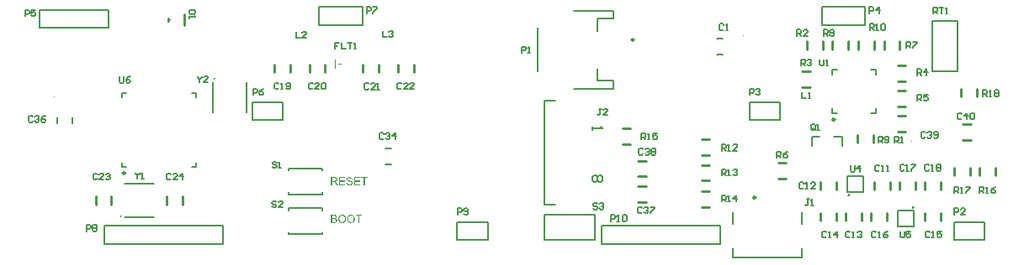
<source format=gto>
G04*
G04 #@! TF.GenerationSoftware,Altium Limited,Altium Designer,21.0.9 (235)*
G04*
G04 Layer_Color=65535*
%FSLAX44Y44*%
%MOMM*%
G71*
G04*
G04 #@! TF.SameCoordinates,35DE941F-9A8C-42F3-B98C-DFFE3D48772F*
G04*
G04*
G04 #@! TF.FilePolarity,Positive*
G04*
G01*
G75*
%ADD10C,0.1000*%
%ADD11C,0.2500*%
%ADD12C,0.2540*%
%ADD13C,0.2000*%
%ADD14C,0.1270*%
%ADD15C,0.1524*%
G36*
X845086Y535299D02*
X842410D01*
Y528141D01*
X841330D01*
Y535299D01*
X838655D01*
Y536261D01*
X845086D01*
Y535299D01*
D02*
G37*
G36*
X817274Y536250D02*
X817368D01*
X817579Y536226D01*
X817814Y536203D01*
X818060Y536156D01*
X818307Y536097D01*
X818530Y536015D01*
X818541D01*
X818553Y536003D01*
X818624Y535968D01*
X818729Y535909D01*
X818847Y535827D01*
X818987Y535722D01*
X819140Y535592D01*
X819281Y535428D01*
X819410Y535252D01*
X819421Y535229D01*
X819457Y535158D01*
X819515Y535064D01*
X819574Y534924D01*
X819633Y534759D01*
X819691Y534583D01*
X819727Y534384D01*
X819738Y534184D01*
Y534161D01*
Y534102D01*
X819727Y533997D01*
X819703Y533867D01*
X819668Y533715D01*
X819609Y533551D01*
X819539Y533386D01*
X819445Y533210D01*
X819433Y533187D01*
X819398Y533140D01*
X819328Y533046D01*
X819234Y532952D01*
X819116Y532835D01*
X818976Y532706D01*
X818800Y532588D01*
X818600Y532471D01*
X818612D01*
X818635Y532459D01*
X818670Y532448D01*
X818717Y532424D01*
X818858Y532377D01*
X819023Y532295D01*
X819199Y532189D01*
X819398Y532060D01*
X819574Y531908D01*
X819738Y531720D01*
X819750Y531697D01*
X819797Y531626D01*
X819867Y531521D01*
X819938Y531380D01*
X820008Y531192D01*
X820079Y530992D01*
X820126Y530758D01*
X820137Y530499D01*
Y530488D01*
Y530476D01*
Y530406D01*
X820126Y530288D01*
X820102Y530148D01*
X820079Y529983D01*
X820032Y529807D01*
X819973Y529619D01*
X819891Y529432D01*
X819879Y529408D01*
X819844Y529350D01*
X819797Y529267D01*
X819727Y529150D01*
X819633Y529033D01*
X819539Y528904D01*
X819421Y528774D01*
X819292Y528669D01*
X819281Y528657D01*
X819234Y528622D01*
X819152Y528575D01*
X819046Y528528D01*
X818917Y528458D01*
X818764Y528387D01*
X818600Y528329D01*
X818400Y528270D01*
X818377D01*
X818307Y528246D01*
X818189Y528235D01*
X818037Y528211D01*
X817849Y528188D01*
X817626Y528164D01*
X817380Y528153D01*
X817098Y528141D01*
X814000D01*
Y536261D01*
X817192D01*
X817274Y536250D01*
D02*
G37*
G36*
X834184Y536390D02*
X834289D01*
X834395Y536379D01*
X834536Y536355D01*
X834677Y536332D01*
X834982Y536273D01*
X835334Y536179D01*
X835674Y536038D01*
X835850Y535956D01*
X836026Y535862D01*
X836038Y535851D01*
X836061Y535839D01*
X836108Y535804D01*
X836179Y535768D01*
X836249Y535710D01*
X836343Y535639D01*
X836543Y535475D01*
X836754Y535264D01*
X836989Y535006D01*
X837211Y534701D01*
X837399Y534360D01*
Y534348D01*
X837423Y534313D01*
X837446Y534266D01*
X837470Y534196D01*
X837516Y534102D01*
X837552Y533997D01*
X837599Y533867D01*
X837646Y533727D01*
X837681Y533574D01*
X837728Y533410D01*
X837775Y533222D01*
X837810Y533034D01*
X837857Y532623D01*
X837880Y532178D01*
Y532166D01*
Y532119D01*
Y532060D01*
X837869Y531966D01*
Y531861D01*
X837857Y531732D01*
X837833Y531591D01*
X837822Y531438D01*
X837763Y531098D01*
X837669Y530723D01*
X837540Y530347D01*
X837470Y530159D01*
X837376Y529972D01*
Y529960D01*
X837352Y529925D01*
X837329Y529878D01*
X837282Y529807D01*
X837235Y529725D01*
X837176Y529643D01*
X837012Y529420D01*
X836812Y529185D01*
X836578Y528939D01*
X836296Y528704D01*
X835967Y528493D01*
X835956D01*
X835932Y528469D01*
X835874Y528446D01*
X835803Y528411D01*
X835721Y528376D01*
X835627Y528340D01*
X835510Y528293D01*
X835381Y528246D01*
X835240Y528200D01*
X835087Y528153D01*
X834747Y528082D01*
X834383Y528023D01*
X833996Y528000D01*
X833879D01*
X833808Y528012D01*
X833703D01*
X833585Y528035D01*
X833456Y528047D01*
X833304Y528070D01*
X832987Y528141D01*
X832647Y528235D01*
X832295Y528376D01*
X832119Y528458D01*
X831943Y528551D01*
X831931Y528563D01*
X831907Y528575D01*
X831860Y528610D01*
X831790Y528657D01*
X831720Y528704D01*
X831637Y528774D01*
X831438Y528951D01*
X831215Y529162D01*
X830980Y529420D01*
X830769Y529713D01*
X830570Y530054D01*
Y530065D01*
X830546Y530101D01*
X830523Y530148D01*
X830499Y530218D01*
X830464Y530312D01*
X830429Y530417D01*
X830382Y530535D01*
X830347Y530664D01*
X830300Y530816D01*
X830253Y530969D01*
X830182Y531321D01*
X830135Y531685D01*
X830112Y532084D01*
Y532095D01*
Y532107D01*
Y532178D01*
X830124Y532283D01*
Y532424D01*
X830147Y532588D01*
X830171Y532788D01*
X830206Y533011D01*
X830253Y533246D01*
X830300Y533492D01*
X830370Y533750D01*
X830464Y534008D01*
X830570Y534278D01*
X830687Y534536D01*
X830839Y534795D01*
X831004Y535029D01*
X831191Y535252D01*
X831203Y535264D01*
X831238Y535299D01*
X831309Y535358D01*
X831391Y535428D01*
X831497Y535522D01*
X831626Y535616D01*
X831778Y535722D01*
X831954Y535827D01*
X832142Y535933D01*
X832353Y536038D01*
X832588Y536132D01*
X832834Y536226D01*
X833104Y536297D01*
X833386Y536355D01*
X833679Y536390D01*
X833996Y536402D01*
X834102D01*
X834184Y536390D01*
D02*
G37*
G36*
X825359D02*
X825465D01*
X825571Y536379D01*
X825711Y536355D01*
X825852Y536332D01*
X826157Y536273D01*
X826509Y536179D01*
X826850Y536038D01*
X827026Y535956D01*
X827202Y535862D01*
X827213Y535851D01*
X827237Y535839D01*
X827284Y535804D01*
X827354Y535768D01*
X827425Y535710D01*
X827518Y535639D01*
X827718Y535475D01*
X827929Y535264D01*
X828164Y535006D01*
X828387Y534701D01*
X828575Y534360D01*
Y534348D01*
X828598Y534313D01*
X828622Y534266D01*
X828645Y534196D01*
X828692Y534102D01*
X828727Y533997D01*
X828774Y533867D01*
X828821Y533727D01*
X828856Y533574D01*
X828903Y533410D01*
X828950Y533222D01*
X828985Y533034D01*
X829032Y532623D01*
X829056Y532178D01*
Y532166D01*
Y532119D01*
Y532060D01*
X829044Y531966D01*
Y531861D01*
X829032Y531732D01*
X829009Y531591D01*
X828997Y531438D01*
X828938Y531098D01*
X828845Y530723D01*
X828715Y530347D01*
X828645Y530159D01*
X828551Y529972D01*
Y529960D01*
X828528Y529925D01*
X828504Y529878D01*
X828457Y529807D01*
X828410Y529725D01*
X828352Y529643D01*
X828187Y529420D01*
X827988Y529185D01*
X827753Y528939D01*
X827471Y528704D01*
X827143Y528493D01*
X827131D01*
X827108Y528469D01*
X827049Y528446D01*
X826979Y528411D01*
X826897Y528376D01*
X826803Y528340D01*
X826685Y528293D01*
X826556Y528246D01*
X826415Y528200D01*
X826263Y528153D01*
X825923Y528082D01*
X825559Y528023D01*
X825172Y528000D01*
X825054D01*
X824984Y528012D01*
X824878D01*
X824761Y528035D01*
X824632Y528047D01*
X824479Y528070D01*
X824162Y528141D01*
X823822Y528235D01*
X823470Y528376D01*
X823294Y528458D01*
X823118Y528551D01*
X823106Y528563D01*
X823083Y528575D01*
X823036Y528610D01*
X822965Y528657D01*
X822895Y528704D01*
X822813Y528774D01*
X822613Y528951D01*
X822390Y529162D01*
X822156Y529420D01*
X821945Y529713D01*
X821745Y530054D01*
Y530065D01*
X821721Y530101D01*
X821698Y530148D01*
X821675Y530218D01*
X821639Y530312D01*
X821604Y530417D01*
X821557Y530535D01*
X821522Y530664D01*
X821475Y530816D01*
X821428Y530969D01*
X821358Y531321D01*
X821311Y531685D01*
X821287Y532084D01*
Y532095D01*
Y532107D01*
Y532178D01*
X821299Y532283D01*
Y532424D01*
X821322Y532588D01*
X821346Y532788D01*
X821381Y533011D01*
X821428Y533246D01*
X821475Y533492D01*
X821545Y533750D01*
X821639Y534008D01*
X821745Y534278D01*
X821862Y534536D01*
X822015Y534795D01*
X822179Y535029D01*
X822367Y535252D01*
X822379Y535264D01*
X822414Y535299D01*
X822484Y535358D01*
X822566Y535428D01*
X822672Y535522D01*
X822801Y535616D01*
X822954Y535722D01*
X823130Y535827D01*
X823317Y535933D01*
X823529Y536038D01*
X823763Y536132D01*
X824010Y536226D01*
X824280Y536297D01*
X824561Y536355D01*
X824855Y536390D01*
X825172Y536402D01*
X825277D01*
X825359Y536390D01*
D02*
G37*
G36*
X832776Y574390D02*
X832858D01*
X833081Y574367D01*
X833327Y574332D01*
X833585Y574273D01*
X833867Y574203D01*
X834125Y574109D01*
X834137D01*
X834160Y574097D01*
X834196Y574074D01*
X834242Y574050D01*
X834360Y573991D01*
X834512Y573886D01*
X834688Y573768D01*
X834865Y573616D01*
X835029Y573440D01*
X835181Y573240D01*
Y573229D01*
X835193Y573217D01*
X835217Y573182D01*
X835240Y573147D01*
X835299Y573029D01*
X835369Y572877D01*
X835451Y572689D01*
X835510Y572466D01*
X835569Y572231D01*
X835592Y571973D01*
X834559Y571891D01*
Y571903D01*
Y571926D01*
X834548Y571961D01*
X834536Y572020D01*
X834501Y572149D01*
X834454Y572325D01*
X834383Y572513D01*
X834278Y572701D01*
X834149Y572877D01*
X833984Y573041D01*
X833961Y573053D01*
X833902Y573100D01*
X833785Y573170D01*
X833632Y573240D01*
X833433Y573311D01*
X833198Y573381D01*
X832905Y573428D01*
X832576Y573440D01*
X832412D01*
X832342Y573428D01*
X832248Y573416D01*
X832036Y573393D01*
X831802Y573346D01*
X831567Y573287D01*
X831344Y573193D01*
X831250Y573135D01*
X831156Y573076D01*
X831133Y573064D01*
X831086Y573017D01*
X831015Y572935D01*
X830945Y572841D01*
X830863Y572712D01*
X830792Y572571D01*
X830746Y572407D01*
X830722Y572220D01*
Y572196D01*
Y572149D01*
X830734Y572067D01*
X830757Y571973D01*
X830792Y571856D01*
X830851Y571738D01*
X830922Y571621D01*
X831027Y571504D01*
X831039Y571492D01*
X831098Y571457D01*
X831144Y571422D01*
X831191Y571398D01*
X831262Y571363D01*
X831344Y571316D01*
X831450Y571281D01*
X831567Y571234D01*
X831696Y571187D01*
X831849Y571128D01*
X832013Y571081D01*
X832201Y571022D01*
X832412Y570976D01*
X832647Y570917D01*
X832658D01*
X832705Y570905D01*
X832776Y570893D01*
X832858Y570870D01*
X832963Y570846D01*
X833092Y570811D01*
X833222Y570776D01*
X833362Y570741D01*
X833668Y570659D01*
X833961Y570577D01*
X834102Y570530D01*
X834231Y570483D01*
X834348Y570448D01*
X834442Y570401D01*
X834454D01*
X834477Y570389D01*
X834512Y570365D01*
X834559Y570342D01*
X834688Y570271D01*
X834841Y570178D01*
X835017Y570048D01*
X835193Y569908D01*
X835357Y569743D01*
X835498Y569567D01*
X835510Y569544D01*
X835557Y569485D01*
X835604Y569380D01*
X835674Y569239D01*
X835733Y569075D01*
X835791Y568875D01*
X835827Y568652D01*
X835838Y568417D01*
Y568406D01*
Y568394D01*
Y568359D01*
Y568312D01*
X835815Y568183D01*
X835791Y568018D01*
X835745Y567831D01*
X835686Y567631D01*
X835592Y567420D01*
X835463Y567197D01*
Y567185D01*
X835451Y567174D01*
X835393Y567103D01*
X835310Y566997D01*
X835193Y566880D01*
X835041Y566739D01*
X834853Y566587D01*
X834641Y566446D01*
X834395Y566317D01*
X834383D01*
X834360Y566305D01*
X834325Y566293D01*
X834278Y566270D01*
X834207Y566246D01*
X834125Y566211D01*
X833937Y566164D01*
X833715Y566106D01*
X833445Y566047D01*
X833151Y566012D01*
X832834Y566000D01*
X832647D01*
X832553Y566012D01*
X832447D01*
X832330Y566023D01*
X832189Y566035D01*
X831896Y566082D01*
X831590Y566129D01*
X831285Y566211D01*
X830992Y566317D01*
X830980D01*
X830957Y566329D01*
X830922Y566352D01*
X830875Y566376D01*
X830734Y566446D01*
X830570Y566552D01*
X830382Y566692D01*
X830182Y566857D01*
X829995Y567056D01*
X829818Y567279D01*
Y567291D01*
X829795Y567314D01*
X829783Y567350D01*
X829748Y567397D01*
X829725Y567455D01*
X829689Y567525D01*
X829607Y567702D01*
X829525Y567924D01*
X829455Y568171D01*
X829408Y568453D01*
X829384Y568746D01*
X830394Y568840D01*
Y568828D01*
Y568816D01*
X830405Y568781D01*
Y568734D01*
X830429Y568629D01*
X830464Y568476D01*
X830511Y568324D01*
X830558Y568148D01*
X830640Y567983D01*
X830722Y567831D01*
X830734Y567819D01*
X830769Y567772D01*
X830828Y567690D01*
X830922Y567608D01*
X831039Y567502D01*
X831168Y567397D01*
X831344Y567291D01*
X831532Y567197D01*
X831544D01*
X831555Y567185D01*
X831590Y567174D01*
X831626Y567162D01*
X831743Y567127D01*
X831896Y567080D01*
X832083Y567033D01*
X832295Y566997D01*
X832529Y566974D01*
X832787Y566962D01*
X832893D01*
X833010Y566974D01*
X833151Y566986D01*
X833316Y567009D01*
X833503Y567033D01*
X833691Y567080D01*
X833867Y567138D01*
X833891Y567150D01*
X833949Y567174D01*
X834031Y567220D01*
X834137Y567267D01*
X834242Y567350D01*
X834360Y567432D01*
X834477Y567525D01*
X834571Y567643D01*
X834583Y567655D01*
X834606Y567702D01*
X834641Y567760D01*
X834688Y567854D01*
X834735Y567948D01*
X834771Y568065D01*
X834794Y568194D01*
X834806Y568335D01*
Y568347D01*
Y568406D01*
X834794Y568476D01*
X834782Y568570D01*
X834747Y568664D01*
X834712Y568781D01*
X834653Y568899D01*
X834571Y569004D01*
X834559Y569016D01*
X834524Y569051D01*
X834477Y569098D01*
X834395Y569168D01*
X834301Y569239D01*
X834172Y569321D01*
X834020Y569403D01*
X833844Y569473D01*
X833832Y569485D01*
X833773Y569497D01*
X833679Y569532D01*
X833621Y569544D01*
X833538Y569567D01*
X833456Y569603D01*
X833351Y569626D01*
X833233Y569661D01*
X833092Y569697D01*
X832952Y569732D01*
X832787Y569779D01*
X832600Y569826D01*
X832400Y569873D01*
X832388D01*
X832353Y569884D01*
X832295Y569896D01*
X832224Y569919D01*
X832130Y569943D01*
X832025Y569966D01*
X831790Y570037D01*
X831532Y570119D01*
X831262Y570201D01*
X831027Y570283D01*
X830922Y570330D01*
X830828Y570377D01*
X830816D01*
X830804Y570389D01*
X830734Y570436D01*
X830628Y570494D01*
X830511Y570588D01*
X830370Y570694D01*
X830229Y570823D01*
X830088Y570976D01*
X829971Y571140D01*
X829959Y571163D01*
X829924Y571222D01*
X829877Y571316D01*
X829830Y571433D01*
X829783Y571586D01*
X829736Y571762D01*
X829701Y571950D01*
X829689Y572149D01*
Y572161D01*
Y572173D01*
Y572208D01*
Y572255D01*
X829713Y572372D01*
X829736Y572525D01*
X829772Y572701D01*
X829830Y572900D01*
X829912Y573100D01*
X830030Y573299D01*
Y573311D01*
X830042Y573322D01*
X830100Y573393D01*
X830182Y573487D01*
X830288Y573604D01*
X830429Y573733D01*
X830605Y573874D01*
X830816Y574003D01*
X831051Y574120D01*
X831062D01*
X831086Y574132D01*
X831121Y574144D01*
X831168Y574167D01*
X831227Y574191D01*
X831309Y574214D01*
X831485Y574261D01*
X831708Y574308D01*
X831966Y574355D01*
X832236Y574390D01*
X832541Y574402D01*
X832693D01*
X832776Y574390D01*
D02*
G37*
G36*
X850706Y573299D02*
X848031D01*
Y566141D01*
X846951D01*
Y573299D01*
X844276D01*
Y574261D01*
X850706D01*
Y573299D01*
D02*
G37*
G36*
X843208D02*
X838408D01*
Y570823D01*
X842903D01*
Y569861D01*
X838408D01*
Y567103D01*
X843396D01*
Y566141D01*
X837329D01*
Y574261D01*
X843208D01*
Y573299D01*
D02*
G37*
G36*
X828070D02*
X823270D01*
Y570823D01*
X827765D01*
Y569861D01*
X823270D01*
Y567103D01*
X828258D01*
Y566141D01*
X822191D01*
Y574261D01*
X828070D01*
Y573299D01*
D02*
G37*
G36*
X817861Y574250D02*
X817966D01*
X818213Y574238D01*
X818471Y574203D01*
X818753Y574167D01*
X819011Y574109D01*
X819140Y574074D01*
X819246Y574038D01*
X819257D01*
X819269Y574027D01*
X819339Y573991D01*
X819445Y573945D01*
X819574Y573862D01*
X819715Y573757D01*
X819867Y573616D01*
X820008Y573452D01*
X820149Y573264D01*
Y573252D01*
X820161Y573240D01*
X820208Y573170D01*
X820255Y573053D01*
X820325Y572900D01*
X820384Y572724D01*
X820442Y572513D01*
X820478Y572290D01*
X820489Y572043D01*
Y572032D01*
Y572008D01*
Y571961D01*
X820478Y571903D01*
Y571820D01*
X820466Y571738D01*
X820419Y571539D01*
X820349Y571304D01*
X820255Y571058D01*
X820114Y570811D01*
X820020Y570694D01*
X819926Y570577D01*
X819914Y570565D01*
X819903Y570553D01*
X819867Y570518D01*
X819820Y570483D01*
X819762Y570436D01*
X819691Y570389D01*
X819597Y570330D01*
X819504Y570260D01*
X819386Y570201D01*
X819257Y570142D01*
X819116Y570072D01*
X818964Y570013D01*
X818788Y569966D01*
X818612Y569908D01*
X818412Y569873D01*
X818201Y569837D01*
X818224Y569826D01*
X818271Y569802D01*
X818342Y569755D01*
X818436Y569708D01*
X818647Y569579D01*
X818753Y569497D01*
X818847Y569427D01*
X818870Y569403D01*
X818929Y569344D01*
X819023Y569251D01*
X819140Y569133D01*
X819269Y568969D01*
X819421Y568793D01*
X819574Y568582D01*
X819738Y568347D01*
X821135Y566141D01*
X819797D01*
X818729Y567831D01*
Y567842D01*
X818706Y567866D01*
X818682Y567901D01*
X818647Y567948D01*
X818565Y568077D01*
X818459Y568241D01*
X818330Y568417D01*
X818201Y568605D01*
X818072Y568781D01*
X817955Y568945D01*
X817943Y568957D01*
X817908Y569004D01*
X817849Y569075D01*
X817767Y569157D01*
X817591Y569333D01*
X817497Y569415D01*
X817403Y569485D01*
X817391Y569497D01*
X817368Y569509D01*
X817321Y569532D01*
X817251Y569567D01*
X817180Y569603D01*
X817098Y569638D01*
X816910Y569697D01*
X816898D01*
X816875Y569708D01*
X816828D01*
X816769Y569720D01*
X816687Y569732D01*
X816593D01*
X816464Y569743D01*
X815080D01*
Y566141D01*
X814000D01*
Y574261D01*
X817767D01*
X817861Y574250D01*
D02*
G37*
%LPC*%
G36*
X817004Y535299D02*
X815080D01*
Y532858D01*
X817075D01*
X817227Y532870D01*
X817391Y532882D01*
X817556Y532893D01*
X817720Y532917D01*
X817849Y532940D01*
X817872Y532952D01*
X817919Y532964D01*
X817990Y532999D01*
X818084Y533046D01*
X818178Y533093D01*
X818283Y533163D01*
X818389Y533257D01*
X818471Y533351D01*
X818483Y533363D01*
X818506Y533398D01*
X818541Y533468D01*
X818577Y533551D01*
X818612Y533644D01*
X818647Y533762D01*
X818670Y533903D01*
X818682Y534055D01*
Y534079D01*
Y534126D01*
X818670Y534196D01*
X818659Y534290D01*
X818635Y534407D01*
X818600Y534525D01*
X818553Y534642D01*
X818483Y534759D01*
X818471Y534771D01*
X818447Y534806D01*
X818400Y534865D01*
X818342Y534924D01*
X818260Y534994D01*
X818166Y535064D01*
X818048Y535135D01*
X817919Y535182D01*
X817908D01*
X817849Y535205D01*
X817767Y535217D01*
X817638Y535240D01*
X817462Y535264D01*
X817262Y535276D01*
X817004Y535299D01*
D02*
G37*
G36*
X817215Y531896D02*
X815080D01*
Y529103D01*
X817391D01*
X817638Y529115D01*
X817743Y529127D01*
X817837Y529138D01*
X817849D01*
X817896Y529150D01*
X817966Y529162D01*
X818048Y529185D01*
X818248Y529256D01*
X818447Y529350D01*
X818459Y529361D01*
X818494Y529385D01*
X818541Y529420D01*
X818600Y529467D01*
X818659Y529537D01*
X818741Y529608D01*
X818800Y529702D01*
X818870Y529807D01*
X818882Y529819D01*
X818893Y529854D01*
X818917Y529925D01*
X818952Y530007D01*
X818987Y530101D01*
X819011Y530218D01*
X819023Y530359D01*
X819034Y530499D01*
Y530523D01*
Y530570D01*
X819023Y530664D01*
X818999Y530769D01*
X818976Y530887D01*
X818929Y531016D01*
X818870Y531145D01*
X818788Y531274D01*
X818776Y531286D01*
X818741Y531333D01*
X818694Y531391D01*
X818624Y531462D01*
X818530Y531544D01*
X818412Y531626D01*
X818283Y531697D01*
X818131Y531755D01*
X818107Y531767D01*
X818060Y531779D01*
X817955Y531802D01*
X817825Y531826D01*
X817661Y531849D01*
X817462Y531872D01*
X817215Y531896D01*
D02*
G37*
G36*
X833996Y535475D02*
X833891D01*
X833808Y535463D01*
X833703Y535452D01*
X833597Y535428D01*
X833468Y535405D01*
X833327Y535381D01*
X833022Y535287D01*
X832858Y535217D01*
X832693Y535146D01*
X832517Y535053D01*
X832353Y534947D01*
X832189Y534830D01*
X832036Y534689D01*
X832025Y534677D01*
X832001Y534654D01*
X831966Y534607D01*
X831907Y534536D01*
X831849Y534454D01*
X831778Y534348D01*
X831708Y534220D01*
X831626Y534067D01*
X831555Y533903D01*
X831473Y533703D01*
X831403Y533492D01*
X831344Y533257D01*
X831285Y532999D01*
X831250Y532706D01*
X831227Y532401D01*
X831215Y532072D01*
Y532060D01*
Y532013D01*
Y531931D01*
X831227Y531826D01*
X831238Y531708D01*
X831262Y531567D01*
X831285Y531403D01*
X831309Y531239D01*
X831403Y530863D01*
X831473Y530676D01*
X831544Y530476D01*
X831637Y530288D01*
X831743Y530101D01*
X831860Y529925D01*
X832001Y529760D01*
X832013Y529748D01*
X832036Y529725D01*
X832083Y529678D01*
X832142Y529631D01*
X832224Y529561D01*
X832318Y529490D01*
X832424Y529420D01*
X832541Y529338D01*
X832682Y529256D01*
X832834Y529185D01*
X832999Y529115D01*
X833175Y529044D01*
X833362Y528997D01*
X833550Y528951D01*
X833761Y528927D01*
X833984Y528915D01*
X834043D01*
X834102Y528927D01*
X834184D01*
X834289Y528939D01*
X834407Y528962D01*
X834548Y528986D01*
X834688Y529021D01*
X834853Y529068D01*
X835005Y529127D01*
X835181Y529185D01*
X835346Y529267D01*
X835510Y529373D01*
X835674Y529479D01*
X835838Y529608D01*
X835991Y529760D01*
X836003Y529772D01*
X836026Y529795D01*
X836061Y529854D01*
X836120Y529925D01*
X836179Y530007D01*
X836237Y530112D01*
X836308Y530241D01*
X836390Y530382D01*
X836460Y530546D01*
X836531Y530734D01*
X836590Y530934D01*
X836660Y531145D01*
X836707Y531380D01*
X836742Y531638D01*
X836766Y531908D01*
X836777Y532189D01*
Y532201D01*
Y532236D01*
Y532283D01*
Y532354D01*
X836766Y532436D01*
Y532541D01*
X836754Y532647D01*
X836730Y532776D01*
X836695Y533046D01*
X836636Y533328D01*
X836554Y533633D01*
X836437Y533914D01*
Y533926D01*
X836425Y533950D01*
X836402Y533985D01*
X836378Y534032D01*
X836296Y534173D01*
X836190Y534337D01*
X836050Y534525D01*
X835874Y534712D01*
X835674Y534900D01*
X835451Y535064D01*
X835440D01*
X835428Y535088D01*
X835393Y535100D01*
X835334Y535135D01*
X835275Y535158D01*
X835205Y535193D01*
X835029Y535276D01*
X834818Y535346D01*
X834571Y535416D01*
X834289Y535463D01*
X833996Y535475D01*
D02*
G37*
G36*
X825172D02*
X825066D01*
X824984Y535463D01*
X824878Y535452D01*
X824772Y535428D01*
X824643Y535405D01*
X824503Y535381D01*
X824197Y535287D01*
X824033Y535217D01*
X823869Y535146D01*
X823693Y535053D01*
X823529Y534947D01*
X823364Y534830D01*
X823212Y534689D01*
X823200Y534677D01*
X823177Y534654D01*
X823141Y534607D01*
X823083Y534536D01*
X823024Y534454D01*
X822954Y534348D01*
X822883Y534220D01*
X822801Y534067D01*
X822731Y533903D01*
X822648Y533703D01*
X822578Y533492D01*
X822520Y533257D01*
X822461Y532999D01*
X822426Y532706D01*
X822402Y532401D01*
X822390Y532072D01*
Y532060D01*
Y532013D01*
Y531931D01*
X822402Y531826D01*
X822414Y531708D01*
X822437Y531567D01*
X822461Y531403D01*
X822484Y531239D01*
X822578Y530863D01*
X822648Y530676D01*
X822719Y530476D01*
X822813Y530288D01*
X822918Y530101D01*
X823036Y529925D01*
X823177Y529760D01*
X823188Y529748D01*
X823212Y529725D01*
X823259Y529678D01*
X823317Y529631D01*
X823400Y529561D01*
X823493Y529490D01*
X823599Y529420D01*
X823716Y529338D01*
X823857Y529256D01*
X824010Y529185D01*
X824174Y529115D01*
X824350Y529044D01*
X824538Y528997D01*
X824726Y528951D01*
X824937Y528927D01*
X825160Y528915D01*
X825219D01*
X825277Y528927D01*
X825359D01*
X825465Y528939D01*
X825582Y528962D01*
X825723Y528986D01*
X825864Y529021D01*
X826028Y529068D01*
X826181Y529127D01*
X826357Y529185D01*
X826521Y529267D01*
X826685Y529373D01*
X826850Y529479D01*
X827014Y529608D01*
X827166Y529760D01*
X827178Y529772D01*
X827202Y529795D01*
X827237Y529854D01*
X827296Y529925D01*
X827354Y530007D01*
X827413Y530112D01*
X827483Y530241D01*
X827565Y530382D01*
X827636Y530546D01*
X827706Y530734D01*
X827765Y530934D01*
X827835Y531145D01*
X827882Y531380D01*
X827917Y531638D01*
X827941Y531908D01*
X827953Y532189D01*
Y532201D01*
Y532236D01*
Y532283D01*
Y532354D01*
X827941Y532436D01*
Y532541D01*
X827929Y532647D01*
X827906Y532776D01*
X827870Y533046D01*
X827812Y533328D01*
X827730Y533633D01*
X827612Y533914D01*
Y533926D01*
X827601Y533950D01*
X827577Y533985D01*
X827554Y534032D01*
X827471Y534173D01*
X827366Y534337D01*
X827225Y534525D01*
X827049Y534712D01*
X826850Y534900D01*
X826627Y535064D01*
X826615D01*
X826603Y535088D01*
X826568Y535100D01*
X826509Y535135D01*
X826451Y535158D01*
X826380Y535193D01*
X826204Y535276D01*
X825993Y535346D01*
X825747Y535416D01*
X825465Y535463D01*
X825172Y535475D01*
D02*
G37*
G36*
X817638Y573358D02*
X815080D01*
Y570671D01*
X817497D01*
X817638Y570682D01*
X817802Y570694D01*
X817990Y570706D01*
X818178Y570729D01*
X818365Y570764D01*
X818530Y570811D01*
X818553Y570823D01*
X818600Y570846D01*
X818670Y570882D01*
X818764Y570929D01*
X818870Y570999D01*
X818976Y571081D01*
X819081Y571187D01*
X819163Y571304D01*
X819175Y571316D01*
X819199Y571363D01*
X819234Y571433D01*
X819281Y571527D01*
X819316Y571633D01*
X819351Y571750D01*
X819374Y571891D01*
X819386Y572032D01*
Y572043D01*
Y572055D01*
X819374Y572126D01*
X819363Y572231D01*
X819339Y572372D01*
X819281Y572513D01*
X819210Y572677D01*
X819105Y572830D01*
X818964Y572982D01*
X818940Y572994D01*
X818882Y573041D01*
X818788Y573100D01*
X818635Y573170D01*
X818459Y573240D01*
X818224Y573299D01*
X817955Y573346D01*
X817638Y573358D01*
D02*
G37*
%LPD*%
D10*
X1398379Y610621D02*
G03*
X1398379Y610621I-500J0D01*
G01*
X849173Y584086D02*
G03*
X849173Y584086I-500J0D01*
G01*
X535379Y655120D02*
G03*
X535379Y655120I-500J0D01*
G01*
X1228620Y717121D02*
G03*
X1228620Y717121I-500J0D01*
G01*
X818000Y685000D02*
Y693000D01*
X821000Y689000D02*
X824000D01*
D11*
X606750Y578500D02*
G03*
X606750Y578500I-1250J0D01*
G01*
X1320750Y632500D02*
G03*
X1320750Y632500I-1250J0D01*
G01*
X1241250Y553750D02*
G03*
X1241250Y553750I-1250J0D01*
G01*
X1118750Y713000D02*
G03*
X1118750Y713000I-1250J0D01*
G01*
D12*
X1399840Y543797D02*
G03*
X1399840Y543797I-500J0D01*
G01*
X1335202Y556076D02*
G03*
X1335202Y556076I-500J0D01*
G01*
X1344000Y609000D02*
Y617000D01*
X1360000Y609000D02*
Y617000D01*
X1386300Y711500D02*
X1386300Y703500D01*
X1370300Y711500D02*
X1370300Y703500D01*
X1464000Y655543D02*
Y663542D01*
X1448000Y655543D02*
Y663542D01*
X1264000Y573000D02*
X1272000D01*
X1264000Y589000D02*
X1272000D01*
X1360617Y703500D02*
Y711500D01*
X1344617D02*
X1344617Y703500D01*
X1318333D02*
Y711500D01*
X1334332Y703500D02*
Y711500D01*
X1427628Y538415D02*
X1427628Y530415D01*
X1411628D02*
Y538415D01*
X1427585Y561457D02*
Y569458D01*
X1411585Y561457D02*
Y569458D01*
X1402043Y561457D02*
X1402043Y569457D01*
X1386042D02*
X1386042Y561457D01*
X1373542Y538415D02*
X1373543Y530415D01*
X1357543D02*
Y538415D01*
X1306458Y530415D02*
Y538415D01*
X1322458Y530415D02*
Y538415D01*
X1332000Y530415D02*
Y538415D01*
X1348000Y530415D02*
Y538415D01*
X1360500Y561457D02*
Y569458D01*
X1376500Y561457D02*
Y569458D01*
X1449543Y612000D02*
X1457543D01*
X1449543Y628000D02*
X1457543D01*
X1288000Y665000D02*
X1296000D01*
X1288000Y681000D02*
X1296000D01*
X1308457Y703500D02*
Y711500D01*
X1292457Y703500D02*
Y711500D01*
X1383999Y687189D02*
X1391999D01*
X1383999Y671189D02*
X1391999D01*
X1384000Y661543D02*
X1392000D01*
X1384000Y645543D02*
X1392000D01*
X1384000Y620000D02*
X1392000D01*
X1384000Y636000D02*
X1392000D01*
X808000Y680208D02*
Y688207D01*
X792000Y680208D02*
Y688207D01*
X773000Y680208D02*
Y688207D01*
X757000Y680208D02*
Y688207D01*
X862000Y680208D02*
X862000Y688207D01*
X846000D02*
X846000Y680208D01*
X897000D02*
Y688207D01*
X881000Y680208D02*
Y688207D01*
X1107000Y623543D02*
X1115000D01*
X1107000Y607542D02*
X1115000D01*
X1306415Y561457D02*
Y569458D01*
X1322415Y561457D02*
Y569458D01*
X1187000Y560293D02*
X1195000Y560293D01*
X1187000Y544293D02*
X1195000Y544293D01*
X1187000Y586750D02*
X1195000Y586750D01*
X1187000Y570750D02*
X1195000D01*
X1187000Y612293D02*
X1195000Y612293D01*
X1187000Y596292D02*
X1195000Y596293D01*
X666250Y727600D02*
Y738400D01*
X1457000Y576000D02*
Y584000D01*
X1441000Y576000D02*
Y584000D01*
X1482543Y576000D02*
Y584000D01*
X1466543Y576000D02*
Y584000D01*
X1123000Y575000D02*
X1131000D01*
X1123000Y591000D02*
X1131000D01*
X1123000Y565457D02*
X1131000D01*
X1123000Y549458D02*
X1131000D01*
X593000Y547000D02*
Y555000D01*
X577000Y547000D02*
Y555000D01*
X648793Y547000D02*
Y555000D01*
X664793Y547000D02*
Y555000D01*
D13*
X602500Y535000D02*
G03*
X602500Y535000I-500J0D01*
G01*
X696500Y674000D02*
G03*
X696500Y674000I-500J0D01*
G01*
X805000Y517000D02*
Y519000D01*
X771000Y517000D02*
X805000D01*
X771000D02*
Y519000D01*
Y541000D02*
Y543000D01*
X805000D01*
Y541000D02*
Y543000D01*
Y581000D02*
Y583000D01*
X771000D02*
X805000D01*
X771000Y581000D02*
Y583000D01*
Y557000D02*
Y559000D01*
Y557000D02*
X805000D01*
Y559000D01*
X868792Y603208D02*
X874792D01*
X868792Y587207D02*
X874792D01*
X554000Y629000D02*
Y635000D01*
X538000Y629000D02*
Y635000D01*
X1202000Y698000D02*
X1208000Y698000D01*
X1202000Y714000D02*
X1208000D01*
X1079100Y511300D02*
Y536700D01*
X1028300Y511300D02*
X1079100D01*
X1028300D02*
Y536700D01*
X1079100D01*
X678000Y585000D02*
Y589250D01*
X673750Y585000D02*
X678000D01*
Y654750D02*
Y659000D01*
X673750D02*
X678000D01*
X604000D02*
X608250D01*
X604000Y654750D02*
Y659000D01*
Y585000D02*
Y589250D01*
Y585000D02*
X608250D01*
X941000Y511000D02*
X971700D01*
X941000D02*
Y529000D01*
X971700D01*
Y511000D02*
Y529000D01*
X845400Y728000D02*
Y746000D01*
X802000D02*
X845400D01*
X802000Y728000D02*
Y746000D01*
Y728000D02*
X845400D01*
X735000Y632000D02*
X765700D01*
X735000D02*
Y650000D01*
X765700D01*
Y632000D02*
Y650000D01*
X586000Y507000D02*
Y525000D01*
X705600D01*
Y507000D02*
Y525000D01*
X586000Y507000D02*
X705600D01*
X1298000Y605457D02*
Y615457D01*
X1305750D01*
X1328000Y605457D02*
Y615457D01*
X1320250D02*
X1328000D01*
X1086000Y507000D02*
Y525000D01*
X1205600D01*
Y507000D02*
Y525000D01*
X1086000Y507000D02*
X1205600D01*
X1318000Y639000D02*
X1323000D01*
X1318000D02*
Y644000D01*
Y678000D02*
Y683000D01*
X1323000D01*
X1357000D02*
X1362000D01*
Y678000D02*
Y683000D01*
X1357000Y639000D02*
X1362000D01*
Y644000D01*
X1351400Y728000D02*
Y746000D01*
X1308000D02*
X1351400D01*
X1308000Y728000D02*
Y746000D01*
Y728000D02*
X1351400D01*
X1441000Y511000D02*
X1471700D01*
X1441000D02*
Y529000D01*
X1471700D01*
Y511000D02*
Y529000D01*
X1235000Y632000D02*
X1265700D01*
X1235000D02*
Y650000D01*
X1265700D01*
Y632000D02*
Y650000D01*
X1419300Y681300D02*
X1444700D01*
X1419300D02*
Y732100D01*
X1444700D01*
Y681300D02*
Y732100D01*
X1400585Y528915D02*
Y540415D01*
X1400585Y524415D02*
X1400585Y528915D01*
X1384585Y524415D02*
X1400585D01*
X1384585D02*
Y540415D01*
X1400585Y540415D01*
X1333457Y559458D02*
Y570957D01*
Y575457D01*
X1349458D01*
Y559458D02*
Y575457D01*
X1333457Y559458D02*
X1349458D01*
X1218000Y502250D02*
X1218000Y493000D01*
Y526750D02*
Y539300D01*
Y493000D02*
X1288000D01*
Y502250D01*
Y526750D02*
Y539300D01*
X650500Y732379D02*
Y734500D01*
Y731500D02*
Y733621D01*
Y731500D02*
X652000Y733000D01*
X650500Y734500D02*
X652000Y733000D01*
X1028750Y546250D02*
Y651750D01*
X1039750D01*
X1028750Y546250D02*
X1039750D01*
X1022000Y681000D02*
Y725000D01*
X1058000Y663500D02*
X1098000D01*
Y671500D01*
X1082000D02*
X1098000D01*
X1082000D02*
X1082000Y684000D01*
X1082000Y734500D02*
X1082000Y722000D01*
X1082000Y734500D02*
X1098000D01*
Y742500D01*
X1058000D02*
X1098000D01*
X520900Y743000D02*
X589700D01*
Y725000D02*
Y743000D01*
X520900Y725000D02*
X589700D01*
X520900D02*
Y743000D01*
X606000Y534000D02*
X636000D01*
X606000Y568000D02*
X636000D01*
X695000Y640000D02*
Y670000D01*
X729000Y640000D02*
Y670000D01*
D14*
X758942Y549116D02*
X757884Y550174D01*
X755768D01*
X754710Y549116D01*
Y548058D01*
X755768Y547000D01*
X757884D01*
X758942Y545942D01*
Y544884D01*
X757884Y543826D01*
X755768D01*
X754710Y544884D01*
X765290Y543826D02*
X761058D01*
X765290Y548058D01*
Y549116D01*
X764232Y550174D01*
X762116D01*
X761058Y549116D01*
X759000Y589116D02*
X757942Y590174D01*
X755826D01*
X754768Y589116D01*
Y588058D01*
X755826Y587000D01*
X757942D01*
X759000Y585942D01*
Y584884D01*
X757942Y583826D01*
X755826D01*
X754768Y584884D01*
X761116Y583826D02*
X763232D01*
X762174D01*
Y590174D01*
X761116Y589116D01*
X866768Y618116D02*
X865710Y619174D01*
X863594D01*
X862536Y618116D01*
Y613884D01*
X863594Y612826D01*
X865710D01*
X866768Y613884D01*
X868884Y618116D02*
X869942Y619174D01*
X872058D01*
X873116Y618116D01*
Y617058D01*
X872058Y616000D01*
X871000D01*
X872058D01*
X873116Y614942D01*
Y613884D01*
X872058Y612826D01*
X869942D01*
X868884Y613884D01*
X878406Y612826D02*
Y619174D01*
X875232Y616000D01*
X879464D01*
X822112Y710182D02*
X817880D01*
Y707008D01*
X819996D01*
X817880D01*
Y703834D01*
X824228Y710182D02*
Y703834D01*
X828460D01*
X830576Y710182D02*
X834808D01*
X832692D01*
Y703834D01*
X836924D02*
X839040D01*
X837982D01*
Y710182D01*
X836924Y709124D01*
X601132Y676052D02*
Y670762D01*
X602190Y669704D01*
X604306D01*
X605364Y670762D01*
Y676052D01*
X611712D02*
X609596Y674994D01*
X607480Y672878D01*
Y670762D01*
X608538Y669704D01*
X610654D01*
X611712Y670762D01*
Y671820D01*
X610654Y672878D01*
X607480D01*
X941324Y536448D02*
Y542796D01*
X944498D01*
X945556Y541738D01*
Y539622D01*
X944498Y538564D01*
X941324D01*
X947672Y537506D02*
X948730Y536448D01*
X950846D01*
X951904Y537506D01*
Y541738D01*
X950846Y542796D01*
X948730D01*
X947672Y541738D01*
Y540680D01*
X948730Y539622D01*
X951904D01*
X849710Y739826D02*
Y746174D01*
X852884D01*
X853942Y745116D01*
Y743000D01*
X852884Y741942D01*
X849710D01*
X856058Y746174D02*
X860290D01*
Y745116D01*
X856058Y740884D01*
Y739826D01*
X735330Y657352D02*
Y663700D01*
X738504D01*
X739562Y662642D01*
Y660526D01*
X738504Y659468D01*
X735330D01*
X745910Y663700D02*
X743794Y662642D01*
X741678Y660526D01*
Y658410D01*
X742736Y657352D01*
X744852D01*
X745910Y658410D01*
Y659468D01*
X744852Y660526D01*
X741678D01*
X567710Y519826D02*
Y526174D01*
X570884D01*
X571942Y525116D01*
Y523000D01*
X570884Y521942D01*
X567710D01*
X574058Y525116D02*
X575116Y526174D01*
X577232D01*
X578290Y525116D01*
Y524058D01*
X577232Y523000D01*
X578290Y521942D01*
Y520884D01*
X577232Y519826D01*
X575116D01*
X574058Y520884D01*
Y521942D01*
X575116Y523000D01*
X574058Y524058D01*
Y525116D01*
X575116Y523000D02*
X577232D01*
X1355710Y739826D02*
Y746174D01*
X1358884D01*
X1359942Y745116D01*
Y743000D01*
X1358884Y741942D01*
X1355710D01*
X1365232Y739826D02*
Y746174D01*
X1362058Y743000D01*
X1366290D01*
X1441196Y536448D02*
Y542796D01*
X1444370D01*
X1445428Y541738D01*
Y539622D01*
X1444370Y538564D01*
X1441196D01*
X1451776Y536448D02*
X1447544D01*
X1451776Y540680D01*
Y541738D01*
X1450718Y542796D01*
X1448602D01*
X1447544Y541738D01*
X1235202Y657352D02*
Y663700D01*
X1238376D01*
X1239434Y662642D01*
Y660526D01*
X1238376Y659468D01*
X1235202D01*
X1241550Y662642D02*
X1242608Y663700D01*
X1244724D01*
X1245782Y662642D01*
Y661584D01*
X1244724Y660526D01*
X1243666D01*
X1244724D01*
X1245782Y659468D01*
Y658410D01*
X1244724Y657352D01*
X1242608D01*
X1241550Y658410D01*
X1095465Y529826D02*
Y536174D01*
X1098639D01*
X1099697Y535116D01*
Y533000D01*
X1098639Y531942D01*
X1095465D01*
X1101813Y529826D02*
X1103929D01*
X1102871D01*
Y536174D01*
X1101813Y535116D01*
X1107103D02*
X1108161Y536174D01*
X1110277D01*
X1111335Y535116D01*
Y530884D01*
X1110277Y529826D01*
X1108161D01*
X1107103Y530884D01*
Y535116D01*
X1419606Y739394D02*
Y745742D01*
X1422780D01*
X1423838Y744684D01*
Y742568D01*
X1422780Y741510D01*
X1419606D01*
X1421722D02*
X1423838Y739394D01*
X1425954Y745742D02*
X1430186D01*
X1428070D01*
Y739394D01*
X1432302D02*
X1434418D01*
X1433360D01*
Y745742D01*
X1432302Y744684D01*
X1207065Y549661D02*
Y556009D01*
X1210239D01*
X1211297Y554951D01*
Y552835D01*
X1210239Y551777D01*
X1207065D01*
X1209181D02*
X1211297Y549661D01*
X1213413D02*
X1215529D01*
X1214471D01*
Y556009D01*
X1213413Y554951D01*
X1221877Y549661D02*
Y556009D01*
X1218703Y552835D01*
X1222935D01*
X1207065Y576034D02*
Y582382D01*
X1210239D01*
X1211297Y581324D01*
Y579207D01*
X1210239Y578149D01*
X1207065D01*
X1209181D02*
X1211297Y576034D01*
X1213413D02*
X1215529D01*
X1214471D01*
Y582382D01*
X1213413Y581324D01*
X1218703D02*
X1219761Y582382D01*
X1221877D01*
X1222935Y581324D01*
Y580266D01*
X1221877Y579207D01*
X1220819D01*
X1221877D01*
X1222935Y578149D01*
Y577091D01*
X1221877Y576034D01*
X1219761D01*
X1218703Y577091D01*
X1207065Y601119D02*
Y607467D01*
X1210239D01*
X1211297Y606409D01*
Y604293D01*
X1210239Y603235D01*
X1207065D01*
X1209181D02*
X1211297Y601119D01*
X1213413D02*
X1215529D01*
X1214471D01*
Y607467D01*
X1213413Y606409D01*
X1222935Y601119D02*
X1218703D01*
X1222935Y605351D01*
Y606409D01*
X1221877Y607467D01*
X1219761D01*
X1218703Y606409D01*
X679710Y676174D02*
Y675116D01*
X681826Y673000D01*
X683942Y675116D01*
Y676174D01*
X681826Y673000D02*
Y669826D01*
X690290D02*
X686058D01*
X690290Y674058D01*
Y675116D01*
X689232Y676174D01*
X687116D01*
X686058Y675116D01*
X616768Y579174D02*
Y578116D01*
X618884Y576000D01*
X621000Y578116D01*
Y579174D01*
X618884Y576000D02*
Y572826D01*
X623116D02*
X625232D01*
X624174D01*
Y579174D01*
X623116Y578116D01*
X1386710Y519631D02*
Y514342D01*
X1387768Y513284D01*
X1389884D01*
X1390942Y514342D01*
Y519631D01*
X1397290D02*
X1393058D01*
Y516457D01*
X1395174Y517515D01*
X1396232D01*
X1397290Y516457D01*
Y514342D01*
X1396232Y513284D01*
X1394116D01*
X1393058Y514342D01*
X1336710Y586174D02*
Y580884D01*
X1337768Y579826D01*
X1339884D01*
X1340942Y580884D01*
Y586174D01*
X1346232Y579826D02*
Y586174D01*
X1343058Y583000D01*
X1347290D01*
X1305768Y693174D02*
Y687884D01*
X1306826Y686826D01*
X1308942D01*
X1310000Y687884D01*
Y693174D01*
X1312116Y686826D02*
X1314232D01*
X1313174D01*
Y693174D01*
X1312116Y692116D01*
X1081942Y547116D02*
X1080884Y548174D01*
X1078768D01*
X1077710Y547116D01*
Y546058D01*
X1078768Y545000D01*
X1080884D01*
X1081942Y543942D01*
Y542884D01*
X1080884Y541826D01*
X1078768D01*
X1077710Y542884D01*
X1084058Y547116D02*
X1085116Y548174D01*
X1087232D01*
X1088290Y547116D01*
Y546058D01*
X1087232Y545000D01*
X1086174D01*
X1087232D01*
X1088290Y543942D01*
Y542884D01*
X1087232Y541826D01*
X1085116D01*
X1084058Y542884D01*
X1470065Y655826D02*
Y662174D01*
X1473239D01*
X1474297Y661116D01*
Y659000D01*
X1473239Y657942D01*
X1470065D01*
X1472181D02*
X1474297Y655826D01*
X1476413D02*
X1478529D01*
X1477471D01*
Y662174D01*
X1476413Y661116D01*
X1481703D02*
X1482761Y662174D01*
X1484877D01*
X1485935Y661116D01*
Y660058D01*
X1484877Y659000D01*
X1485935Y657942D01*
Y656884D01*
X1484877Y655826D01*
X1482761D01*
X1481703Y656884D01*
Y657942D01*
X1482761Y659000D01*
X1481703Y660058D01*
Y661116D01*
X1482761Y659000D02*
X1484877D01*
X1441065Y558369D02*
Y564716D01*
X1444239D01*
X1445297Y563658D01*
Y561543D01*
X1444239Y560485D01*
X1441065D01*
X1443181D02*
X1445297Y558369D01*
X1447413D02*
X1449529D01*
X1448471D01*
Y564716D01*
X1447413Y563658D01*
X1452703Y564716D02*
X1456935D01*
Y563658D01*
X1452703Y559426D01*
Y558369D01*
X1466608Y558369D02*
Y564716D01*
X1469781D01*
X1470840Y563658D01*
Y561543D01*
X1469781Y560485D01*
X1466608D01*
X1468723D02*
X1470840Y558369D01*
X1472955D02*
X1475072D01*
X1474014D01*
Y564716D01*
X1472955Y563658D01*
X1482477Y564716D02*
X1480361Y563658D01*
X1478246Y561543D01*
Y559427D01*
X1479303Y558369D01*
X1481419D01*
X1482477Y559427D01*
Y560485D01*
X1481419Y561543D01*
X1478246D01*
X1126065Y612369D02*
Y618717D01*
X1129239D01*
X1130297Y617659D01*
Y615542D01*
X1129239Y614484D01*
X1126065D01*
X1128181D02*
X1130297Y612369D01*
X1132413D02*
X1134529D01*
X1133471D01*
Y618717D01*
X1132413Y617659D01*
X1141935Y618717D02*
X1137703D01*
Y615542D01*
X1139819Y616600D01*
X1140877D01*
X1141935Y615542D01*
Y613427D01*
X1140877Y612369D01*
X1138761D01*
X1137703Y613427D01*
X1356065Y722826D02*
Y729174D01*
X1359239D01*
X1360297Y728116D01*
Y726000D01*
X1359239Y724942D01*
X1356065D01*
X1358181D02*
X1360297Y722826D01*
X1362413D02*
X1364529D01*
X1363471D01*
Y729174D01*
X1362413Y728116D01*
X1367703D02*
X1368761Y729174D01*
X1370877D01*
X1371935Y728116D01*
Y723884D01*
X1370877Y722826D01*
X1368761D01*
X1367703Y723884D01*
Y728116D01*
X1364710Y608826D02*
Y615174D01*
X1367884D01*
X1368942Y614116D01*
Y612000D01*
X1367884Y610942D01*
X1364710D01*
X1366826D02*
X1368942Y608826D01*
X1371058Y609884D02*
X1372116Y608826D01*
X1374232D01*
X1375290Y609884D01*
Y614116D01*
X1374232Y615174D01*
X1372116D01*
X1371058Y614116D01*
Y613058D01*
X1372116Y612000D01*
X1375290D01*
X1309710Y716826D02*
Y723174D01*
X1312884D01*
X1313942Y722116D01*
Y720000D01*
X1312884Y718942D01*
X1309710D01*
X1311826D02*
X1313942Y716826D01*
X1316058Y722116D02*
X1317116Y723174D01*
X1319232D01*
X1320290Y722116D01*
Y721058D01*
X1319232Y720000D01*
X1320290Y718942D01*
Y717884D01*
X1319232Y716826D01*
X1317116D01*
X1316058Y717884D01*
Y718942D01*
X1317116Y720000D01*
X1316058Y721058D01*
Y722116D01*
X1317116Y720000D02*
X1319232D01*
X1392710Y704826D02*
Y711174D01*
X1395884D01*
X1396942Y710116D01*
Y708000D01*
X1395884Y706942D01*
X1392710D01*
X1394826D02*
X1396942Y704826D01*
X1399058Y711174D02*
X1403290D01*
Y710116D01*
X1399058Y705884D01*
Y704826D01*
X1262710Y593826D02*
Y600174D01*
X1265884D01*
X1266942Y599116D01*
Y597000D01*
X1265884Y595942D01*
X1262710D01*
X1264826D02*
X1266942Y593826D01*
X1273290Y600174D02*
X1271174Y599116D01*
X1269058Y597000D01*
Y594884D01*
X1270116Y593826D01*
X1272232D01*
X1273290Y594884D01*
Y595942D01*
X1272232Y597000D01*
X1269058D01*
X1403710Y651369D02*
Y657717D01*
X1406884D01*
X1407942Y656658D01*
Y654543D01*
X1406884Y653484D01*
X1403710D01*
X1405826D02*
X1407942Y651369D01*
X1414290Y657717D02*
X1410058D01*
Y654543D01*
X1412174Y655601D01*
X1413232D01*
X1414290Y654543D01*
Y652427D01*
X1413232Y651369D01*
X1411116D01*
X1410058Y652427D01*
X1403709Y677015D02*
Y683363D01*
X1406883D01*
X1407941Y682305D01*
Y680189D01*
X1406883Y679131D01*
X1403709D01*
X1405825D02*
X1407941Y677015D01*
X1413231D02*
Y683363D01*
X1410057Y680189D01*
X1414289D01*
X1286710Y686826D02*
Y693174D01*
X1289884D01*
X1290942Y692116D01*
Y690000D01*
X1289884Y688942D01*
X1286710D01*
X1288826D02*
X1290942Y686826D01*
X1293058Y692116D02*
X1294116Y693174D01*
X1296232D01*
X1297290Y692116D01*
Y691058D01*
X1296232Y690000D01*
X1295174D01*
X1296232D01*
X1297290Y688942D01*
Y687884D01*
X1296232Y686826D01*
X1294116D01*
X1293058Y687884D01*
X1282710Y716826D02*
Y723174D01*
X1285884D01*
X1286942Y722116D01*
Y720000D01*
X1285884Y718942D01*
X1282710D01*
X1284826D02*
X1286942Y716826D01*
X1293290D02*
X1289058D01*
X1293290Y721058D01*
Y722116D01*
X1292232Y723174D01*
X1290116D01*
X1289058Y722116D01*
X1380768Y608826D02*
Y615174D01*
X1383942D01*
X1385000Y614116D01*
Y612000D01*
X1383942Y610942D01*
X1380768D01*
X1382884D02*
X1385000Y608826D01*
X1387116D02*
X1389232D01*
X1388174D01*
Y615174D01*
X1387116Y614116D01*
X1301000Y622884D02*
Y627116D01*
X1299942Y628174D01*
X1297826D01*
X1296768Y627116D01*
Y622884D01*
X1297826Y621826D01*
X1299942D01*
X1298884Y623942D02*
X1301000Y621826D01*
X1299942D02*
X1301000Y622884D01*
X1303116Y621826D02*
X1305232D01*
X1304174D01*
Y628174D01*
X1303116Y627116D01*
X506010Y736826D02*
Y743174D01*
X509184D01*
X510242Y742116D01*
Y740000D01*
X509184Y738942D01*
X506010D01*
X516590Y743174D02*
X512358D01*
Y740000D01*
X514474Y741058D01*
X515532D01*
X516590Y740000D01*
Y737884D01*
X515532Y736826D01*
X513416D01*
X512358Y737884D01*
X1005768Y699826D02*
Y706174D01*
X1008942D01*
X1010000Y705116D01*
Y703000D01*
X1008942Y701942D01*
X1005768D01*
X1012116Y699826D02*
X1014232D01*
X1013174D01*
Y706174D01*
X1012116Y705116D01*
X865710Y722174D02*
Y715826D01*
X869942D01*
X872058Y721116D02*
X873116Y722174D01*
X875232D01*
X876290Y721116D01*
Y720058D01*
X875232Y719000D01*
X874174D01*
X875232D01*
X876290Y717942D01*
Y716884D01*
X875232Y715826D01*
X873116D01*
X872058Y716884D01*
X778560Y721174D02*
Y714826D01*
X782792D01*
X789140D02*
X784908D01*
X789140Y719058D01*
Y720116D01*
X788082Y721174D01*
X785966D01*
X784908Y720116D01*
X1287768Y660174D02*
Y653826D01*
X1292000D01*
X1294116D02*
X1296232D01*
X1295174D01*
Y660174D01*
X1294116Y659116D01*
X1085942Y643174D02*
X1083826D01*
X1084884D01*
Y637884D01*
X1083826Y636826D01*
X1082768D01*
X1081710Y637884D01*
X1092290Y636826D02*
X1088058D01*
X1092290Y641058D01*
Y642116D01*
X1091232Y643174D01*
X1089116D01*
X1088058Y642116D01*
X1295000Y552174D02*
X1292884D01*
X1293942D01*
Y546884D01*
X1292884Y545826D01*
X1291826D01*
X1290768Y546884D01*
X1297116Y545826D02*
X1299232D01*
X1298174D01*
Y552174D01*
X1297116Y551116D01*
X677674Y743232D02*
X671326D01*
Y740058D01*
X672384Y739000D01*
X676616D01*
X677674Y740058D01*
Y743232D01*
X671326Y736884D02*
Y734768D01*
Y735826D01*
X677674D01*
X676616Y736884D01*
X1448768Y638116D02*
X1447710Y639174D01*
X1445594D01*
X1444536Y638116D01*
Y633884D01*
X1445594Y632826D01*
X1447710D01*
X1448768Y633884D01*
X1454058Y632826D02*
Y639174D01*
X1450884Y636000D01*
X1455116D01*
X1457232Y638116D02*
X1458290Y639174D01*
X1460406D01*
X1461464Y638116D01*
Y633884D01*
X1460406Y632826D01*
X1458290D01*
X1457232Y633884D01*
Y638116D01*
X1411768Y619116D02*
X1410710Y620174D01*
X1408594D01*
X1407536Y619116D01*
Y614884D01*
X1408594Y613826D01*
X1410710D01*
X1411768Y614884D01*
X1413884Y619116D02*
X1414942Y620174D01*
X1417058D01*
X1418116Y619116D01*
Y618058D01*
X1417058Y617000D01*
X1416000D01*
X1417058D01*
X1418116Y615942D01*
Y614884D01*
X1417058Y613826D01*
X1414942D01*
X1413884Y614884D01*
X1420232D02*
X1421290Y613826D01*
X1423406D01*
X1424464Y614884D01*
Y619116D01*
X1423406Y620174D01*
X1421290D01*
X1420232Y619116D01*
Y618058D01*
X1421290Y617000D01*
X1424464D01*
X1127768Y602116D02*
X1126710Y603174D01*
X1124594D01*
X1123536Y602116D01*
Y597884D01*
X1124594Y596826D01*
X1126710D01*
X1127768Y597884D01*
X1129884Y602116D02*
X1130942Y603174D01*
X1133058D01*
X1134116Y602116D01*
Y601058D01*
X1133058Y600000D01*
X1132000D01*
X1133058D01*
X1134116Y598942D01*
Y597884D01*
X1133058Y596826D01*
X1130942D01*
X1129884Y597884D01*
X1136232Y602116D02*
X1137290Y603174D01*
X1139406D01*
X1140464Y602116D01*
Y601058D01*
X1139406Y600000D01*
X1140464Y598942D01*
Y597884D01*
X1139406Y596826D01*
X1137290D01*
X1136232Y597884D01*
Y598942D01*
X1137290Y600000D01*
X1136232Y601058D01*
Y602116D01*
X1137290Y600000D02*
X1139406D01*
X1126768Y543116D02*
X1125710Y544174D01*
X1123594D01*
X1122536Y543116D01*
Y538884D01*
X1123594Y537826D01*
X1125710D01*
X1126768Y538884D01*
X1128884Y543116D02*
X1129942Y544174D01*
X1132058D01*
X1133116Y543116D01*
Y542058D01*
X1132058Y541000D01*
X1131000D01*
X1132058D01*
X1133116Y539942D01*
Y538884D01*
X1132058Y537826D01*
X1129942D01*
X1128884Y538884D01*
X1135232Y544174D02*
X1139464D01*
Y543116D01*
X1135232Y538884D01*
Y537826D01*
X513768Y635116D02*
X512710Y636174D01*
X510594D01*
X509536Y635116D01*
Y630884D01*
X510594Y629826D01*
X512710D01*
X513768Y630884D01*
X515884Y635116D02*
X516942Y636174D01*
X519058D01*
X520116Y635116D01*
Y634058D01*
X519058Y633000D01*
X518000D01*
X519058D01*
X520116Y631942D01*
Y630884D01*
X519058Y629826D01*
X516942D01*
X515884Y630884D01*
X526464Y636174D02*
X524348Y635116D01*
X522232Y633000D01*
Y630884D01*
X523290Y629826D01*
X525406D01*
X526464Y630884D01*
Y631942D01*
X525406Y633000D01*
X522232D01*
X652768Y577116D02*
X651710Y578174D01*
X649594D01*
X648536Y577116D01*
Y572884D01*
X649594Y571826D01*
X651710D01*
X652768Y572884D01*
X659116Y571826D02*
X654884D01*
X659116Y576058D01*
Y577116D01*
X658058Y578174D01*
X655942D01*
X654884Y577116D01*
X664406Y571826D02*
Y578174D01*
X661232Y575000D01*
X665464D01*
X578768Y577116D02*
X577710Y578174D01*
X575594D01*
X574536Y577116D01*
Y572884D01*
X575594Y571826D01*
X577710D01*
X578768Y572884D01*
X585116Y571826D02*
X580884D01*
X585116Y576058D01*
Y577116D01*
X584058Y578174D01*
X581942D01*
X580884Y577116D01*
X587232D02*
X588290Y578174D01*
X590406D01*
X591464Y577116D01*
Y576058D01*
X590406Y575000D01*
X589348D01*
X590406D01*
X591464Y573942D01*
Y572884D01*
X590406Y571826D01*
X588290D01*
X587232Y572884D01*
X884768Y668324D02*
X883710Y669381D01*
X881594D01*
X880536Y668324D01*
Y664091D01*
X881594Y663034D01*
X883710D01*
X884768Y664091D01*
X891116Y663034D02*
X886884D01*
X891116Y667265D01*
Y668324D01*
X890058Y669381D01*
X887942D01*
X886884Y668324D01*
X897464Y663034D02*
X893232D01*
X897464Y667265D01*
Y668324D01*
X896406Y669381D01*
X894290D01*
X893232Y668324D01*
X851826Y668116D02*
X850768Y669174D01*
X848652D01*
X847594Y668116D01*
Y663884D01*
X848652Y662826D01*
X850768D01*
X851826Y663884D01*
X858174Y662826D02*
X853942D01*
X858174Y667058D01*
Y668116D01*
X857116Y669174D01*
X855000D01*
X853942Y668116D01*
X860290Y662826D02*
X862406D01*
X861348D01*
Y669174D01*
X860290Y668116D01*
X795768Y668324D02*
X794710Y669381D01*
X792594D01*
X791536Y668324D01*
Y664091D01*
X792594Y663034D01*
X794710D01*
X795768Y664091D01*
X802116Y663034D02*
X797884D01*
X802116Y667265D01*
Y668324D01*
X801058Y669381D01*
X798942D01*
X797884Y668324D01*
X804232D02*
X805290Y669381D01*
X807406D01*
X808464Y668324D01*
Y664091D01*
X807406Y663034D01*
X805290D01*
X804232Y664091D01*
Y668324D01*
X761297D02*
X760239Y669381D01*
X758123D01*
X757065Y668324D01*
Y664091D01*
X758123Y663034D01*
X760239D01*
X761297Y664091D01*
X763413Y663034D02*
X765529D01*
X764471D01*
Y669381D01*
X763413Y668324D01*
X768703Y664091D02*
X769761Y663034D01*
X771877D01*
X772935Y664091D01*
Y668324D01*
X771877Y669381D01*
X769761D01*
X768703Y668324D01*
Y667265D01*
X769761Y666208D01*
X772935D01*
X1415755Y586073D02*
X1414697Y587132D01*
X1412581D01*
X1411523Y586073D01*
Y581842D01*
X1412581Y580784D01*
X1414697D01*
X1415755Y581842D01*
X1417870Y580784D02*
X1419987D01*
X1418929D01*
Y587132D01*
X1417870Y586073D01*
X1423161D02*
X1424218Y587132D01*
X1426334D01*
X1427392Y586073D01*
Y585015D01*
X1426334Y583957D01*
X1427392Y582900D01*
Y581842D01*
X1426334Y580784D01*
X1424218D01*
X1423161Y581842D01*
Y582900D01*
X1424218Y583957D01*
X1423161Y585015D01*
Y586073D01*
X1424218Y583957D02*
X1426334D01*
X1390755Y586073D02*
X1389697Y587132D01*
X1387581D01*
X1386523Y586073D01*
Y581842D01*
X1387581Y580784D01*
X1389697D01*
X1390755Y581842D01*
X1392870Y580784D02*
X1394987D01*
X1393929D01*
Y587132D01*
X1392870Y586073D01*
X1398160Y587132D02*
X1402392D01*
Y586073D01*
X1398160Y581842D01*
Y580784D01*
X1362297Y518531D02*
X1361239Y519589D01*
X1359123D01*
X1358065Y518531D01*
Y514299D01*
X1359123Y513241D01*
X1361239D01*
X1362297Y514299D01*
X1364413Y513241D02*
X1366529D01*
X1365471D01*
Y519589D01*
X1364413Y518531D01*
X1373935Y519589D02*
X1371819Y518531D01*
X1369703Y516415D01*
Y514299D01*
X1370761Y513241D01*
X1372877D01*
X1373935Y514299D01*
Y515357D01*
X1372877Y516415D01*
X1369703D01*
X1416297Y518531D02*
X1415239Y519589D01*
X1413123D01*
X1412065Y518531D01*
Y514299D01*
X1413123Y513241D01*
X1415239D01*
X1416297Y514299D01*
X1418413Y513241D02*
X1420529D01*
X1419471D01*
Y519589D01*
X1418413Y518531D01*
X1427935Y519589D02*
X1423703D01*
Y516415D01*
X1425819Y517473D01*
X1426877D01*
X1427935Y516415D01*
Y514299D01*
X1426877Y513241D01*
X1424761D01*
X1423703Y514299D01*
X1312297Y518531D02*
X1311239Y519589D01*
X1309123D01*
X1308065Y518531D01*
Y514299D01*
X1309123Y513241D01*
X1311239D01*
X1312297Y514299D01*
X1314413Y513241D02*
X1316529D01*
X1315471D01*
Y519589D01*
X1314413Y518531D01*
X1322877Y513241D02*
Y519589D01*
X1319703Y516415D01*
X1323935D01*
X1336297Y518531D02*
X1335239Y519589D01*
X1333123D01*
X1332065Y518531D01*
Y514299D01*
X1333123Y513241D01*
X1335239D01*
X1336297Y514299D01*
X1338413Y513241D02*
X1340529D01*
X1339471D01*
Y519589D01*
X1338413Y518531D01*
X1343703D02*
X1344761Y519589D01*
X1346877D01*
X1347935Y518531D01*
Y517473D01*
X1346877Y516415D01*
X1345819D01*
X1346877D01*
X1347935Y515357D01*
Y514299D01*
X1346877Y513241D01*
X1344761D01*
X1343703Y514299D01*
X1289297Y568116D02*
X1288239Y569174D01*
X1286123D01*
X1285065Y568116D01*
Y563884D01*
X1286123Y562826D01*
X1288239D01*
X1289297Y563884D01*
X1291413Y562826D02*
X1293529D01*
X1292471D01*
Y569174D01*
X1291413Y568116D01*
X1300935Y562826D02*
X1296703D01*
X1300935Y567058D01*
Y568116D01*
X1299877Y569174D01*
X1297761D01*
X1296703Y568116D01*
X1365813Y585574D02*
X1364755Y586631D01*
X1362639D01*
X1361581Y585574D01*
Y581342D01*
X1362639Y580284D01*
X1364755D01*
X1365813Y581342D01*
X1367929Y580284D02*
X1370045D01*
X1368987D01*
Y586631D01*
X1367929Y585574D01*
X1373219Y580284D02*
X1375334D01*
X1374276D01*
Y586631D01*
X1373219Y585574D01*
X1209000Y728116D02*
X1207942Y729174D01*
X1205826D01*
X1204768Y728116D01*
Y723884D01*
X1205826Y722826D01*
X1207942D01*
X1209000Y723884D01*
X1211116Y722826D02*
X1213232D01*
X1212174D01*
Y729174D01*
X1211116Y728116D01*
D15*
X1077100Y625000D02*
Y621614D01*
Y623307D01*
X1087257D01*
X1085564Y625000D01*
Y576000D02*
X1087257Y574307D01*
Y570922D01*
X1085564Y569229D01*
X1083871D01*
X1082178Y570922D01*
X1080486Y569229D01*
X1078793D01*
X1077100Y570922D01*
Y574307D01*
X1078793Y576000D01*
X1080486D01*
X1082178Y574307D01*
X1083871Y576000D01*
X1085564D01*
X1082178Y574307D02*
Y570922D01*
M02*

</source>
